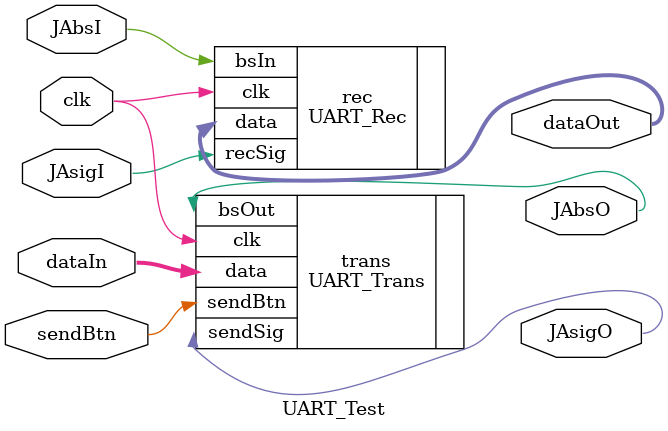
<source format=sv>
`timescale 1ns / 1ps

/* File: UART_Test.sv
 * Init: 11/17/2018 03:34:53 AM
 * Author: Alex Goldstein
 * Desc: Test for UART_Trans & UART_Rec on a single board.
 *       Can be configured to send via wired JA ports, or using interconnects.
 *            --> To do this, comment out the JA ports, and replace their port mappings with the wires t_bs, t_sig
                  Also, you will need to change propDelay=1 for board, =2 for sim. (Not sure why.)
 */

module UART_Test(
    input clk, 
    input [15:0] dataIn, //value to send
    input sendBtn, // Push this button when ready to send. 
                   // Sending repeats until btn is released, so make sure to release it!
    output [15:0] dataOut, //value received
    
    input JAbsI, JAsigI, // JA pin inputs (bitstream, receiving signal)
    output JAbsO, JAsigO // JA pin outputs (bitstream, sending signal)
    );
    
logic t_bs, t_sig; //used for internal wiring, in place of JA pins (eg. for simulation, JA pins cannot be used)

/* The parameters for the modules are a predetermined agreement.
   #([packetSize, cycleDiv, propDelayOffset]), where
        packetSize = # bits sent/received per bitstream (these must agree)
        cycleDiv = clock division for sclk. Period of sclk = (1/100)clk (these must agree)
        propDelayOffset = Rec has delay from the time it receives the "sending" signal, to the time it can begin accepting bits from bitstream.
                Only a parameter for Trans.
                Arguments: 
		    for basys3: delay=1 
		    for sim:    delay=2
*/ 

// Don't forget to change propDelay!
UART_Trans #(16,100,1) trans(.clk, .data(dataIn), .sendBtn, .bsOut(JAbsO), .sendSig(JAsigO));
UART_Rec #(16,100) rec(.clk, .bsIn(JAbsI), .recSig(JAsigI), .data(dataOut));


endmodule

</source>
